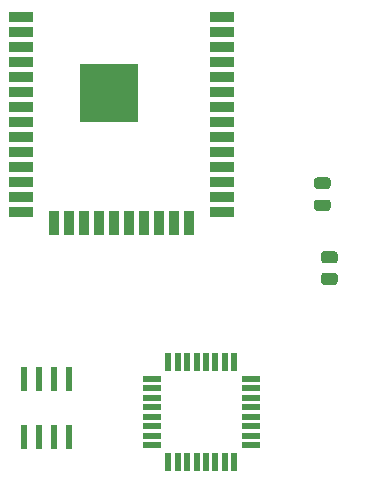
<source format=gtp>
%TF.GenerationSoftware,KiCad,Pcbnew,(5.1.8)-1*%
%TF.CreationDate,2021-01-31T12:31:16-05:00*%
%TF.ProjectId,test CNC,74657374-2043-44e4-932e-6b696361645f,rev?*%
%TF.SameCoordinates,Original*%
%TF.FileFunction,Paste,Top*%
%TF.FilePolarity,Positive*%
%FSLAX46Y46*%
G04 Gerber Fmt 4.6, Leading zero omitted, Abs format (unit mm)*
G04 Created by KiCad (PCBNEW (5.1.8)-1) date 2021-01-31 12:31:16*
%MOMM*%
%LPD*%
G01*
G04 APERTURE LIST*
%ADD10R,2.000000X0.900000*%
%ADD11R,0.900000X2.000000*%
%ADD12R,5.000000X5.000000*%
%ADD13R,1.500000X0.550000*%
%ADD14R,0.550000X1.500000*%
%ADD15R,0.600000X2.000000*%
G04 APERTURE END LIST*
%TO.C,D2*%
G36*
G01*
X136206550Y-63782000D02*
X135294050Y-63782000D01*
G75*
G02*
X135050300Y-63538250I0J243750D01*
G01*
X135050300Y-63050750D01*
G75*
G02*
X135294050Y-62807000I243750J0D01*
G01*
X136206550Y-62807000D01*
G75*
G02*
X136450300Y-63050750I0J-243750D01*
G01*
X136450300Y-63538250D01*
G75*
G02*
X136206550Y-63782000I-243750J0D01*
G01*
G37*
G36*
G01*
X136206550Y-61907000D02*
X135294050Y-61907000D01*
G75*
G02*
X135050300Y-61663250I0J243750D01*
G01*
X135050300Y-61175750D01*
G75*
G02*
X135294050Y-60932000I243750J0D01*
G01*
X136206550Y-60932000D01*
G75*
G02*
X136450300Y-61175750I0J-243750D01*
G01*
X136450300Y-61663250D01*
G75*
G02*
X136206550Y-61907000I-243750J0D01*
G01*
G37*
%TD*%
D10*
%TO.C,MOD1*%
X110219600Y-47320200D03*
D11*
X113004600Y-64830200D03*
X114274600Y-64830200D03*
X115544600Y-64830200D03*
X116814600Y-64830200D03*
X118084600Y-64830200D03*
X119354600Y-64830200D03*
X120624600Y-64830200D03*
X121894600Y-64830200D03*
X123164600Y-64830200D03*
X124434600Y-64830200D03*
D10*
X110219600Y-48590200D03*
X110219600Y-49860200D03*
X110219600Y-51130200D03*
X110219600Y-52400200D03*
X110219600Y-53670200D03*
X110219600Y-54940200D03*
X110219600Y-56210200D03*
X110219600Y-57480200D03*
X110219600Y-58750200D03*
X110219600Y-60020200D03*
X110219600Y-61290200D03*
X110219600Y-62560200D03*
X110219600Y-63830200D03*
X127219600Y-47320200D03*
X127219600Y-48590200D03*
X127219600Y-49860200D03*
X127219600Y-51130200D03*
X127219600Y-52400200D03*
X127219600Y-53670200D03*
X127219600Y-54940200D03*
X127219600Y-56210200D03*
X127219600Y-57480200D03*
X127219600Y-58750200D03*
X127219600Y-60020200D03*
X127219600Y-61290200D03*
X127219600Y-62560200D03*
X127219600Y-63830200D03*
D12*
X117719600Y-53820200D03*
%TD*%
%TO.C,R2*%
G36*
G01*
X135897199Y-67180400D02*
X136797201Y-67180400D01*
G75*
G02*
X137047200Y-67430399I0J-249999D01*
G01*
X137047200Y-67955401D01*
G75*
G02*
X136797201Y-68205400I-249999J0D01*
G01*
X135897199Y-68205400D01*
G75*
G02*
X135647200Y-67955401I0J249999D01*
G01*
X135647200Y-67430399D01*
G75*
G02*
X135897199Y-67180400I249999J0D01*
G01*
G37*
G36*
G01*
X135897199Y-69005400D02*
X136797201Y-69005400D01*
G75*
G02*
X137047200Y-69255399I0J-249999D01*
G01*
X137047200Y-69780401D01*
G75*
G02*
X136797201Y-70030400I-249999J0D01*
G01*
X135897199Y-70030400D01*
G75*
G02*
X135647200Y-69780401I0J249999D01*
G01*
X135647200Y-69255399D01*
G75*
G02*
X135897199Y-69005400I249999J0D01*
G01*
G37*
%TD*%
D13*
%TO.C,U2*%
X129701400Y-83597400D03*
D14*
X122701400Y-84997400D03*
X123501400Y-84997400D03*
X124301400Y-84997400D03*
X125101400Y-84997400D03*
X125901400Y-84997400D03*
X126701400Y-84997400D03*
X127501400Y-84997400D03*
X128301400Y-84997400D03*
D13*
X129701400Y-82797400D03*
X129701400Y-81997400D03*
X129701400Y-81197400D03*
X129701400Y-80397400D03*
X129701400Y-79597400D03*
X129701400Y-78797400D03*
X129701400Y-77997400D03*
D14*
X128301400Y-76597400D03*
X127501400Y-76597400D03*
X126701400Y-76597400D03*
X125901400Y-76597400D03*
X125101400Y-76597400D03*
X124301400Y-76597400D03*
X123501400Y-76597400D03*
X122701400Y-76597400D03*
D13*
X121301400Y-77997400D03*
X121301400Y-78797400D03*
X121301400Y-79597400D03*
X121301400Y-80397400D03*
X121301400Y-81197400D03*
X121301400Y-81997400D03*
X121301400Y-82797400D03*
X121301400Y-83597400D03*
%TD*%
D15*
%TO.C,U3*%
X114274600Y-78017200D03*
X113004600Y-78017200D03*
X110464600Y-78017200D03*
X110464600Y-82917200D03*
X111734600Y-82917200D03*
X113004600Y-82917200D03*
X114274600Y-82917200D03*
X111734600Y-78017200D03*
%TD*%
M02*

</source>
